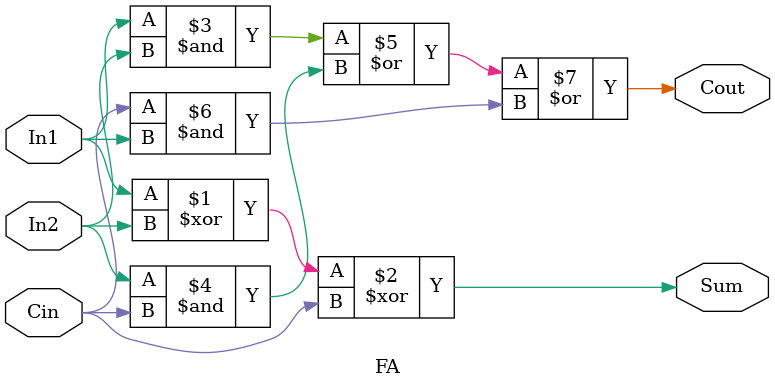
<source format=v>
`timescale 1ns / 1ps


module FA(In1, In2, Cin, Sum, Cout);

    input  In1, In2, Cin;

    output  Sum, Cout;
    
    assign Sum  = (In1 ^ In2) ^ Cin;
    assign Cout = (In1 & In2) | (In2 & Cin) | (Cin & In1);
endmodule

</source>
